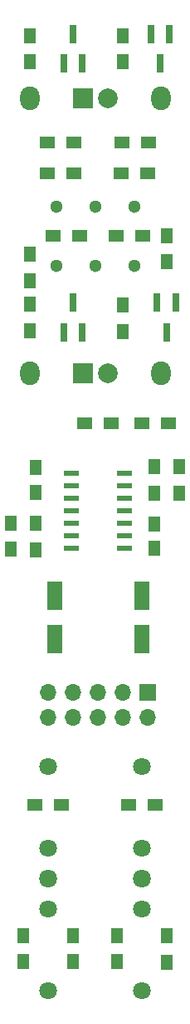
<source format=gbr>
%TF.GenerationSoftware,KiCad,Pcbnew,(5.1.6-0)*%
%TF.CreationDate,2023-01-04T15:54:57-05:00*%
%TF.ProjectId,LFO2,4c464f32-2e6b-4696-9361-645f70636258,rev?*%
%TF.SameCoordinates,Original*%
%TF.FileFunction,Soldermask,Top*%
%TF.FilePolarity,Negative*%
%FSLAX46Y46*%
G04 Gerber Fmt 4.6, Leading zero omitted, Abs format (unit mm)*
G04 Created by KiCad (PCBNEW (5.1.6-0)) date 2023-01-04 15:54:57*
%MOMM*%
%LPD*%
G01*
G04 APERTURE LIST*
%ADD10R,1.600000X3.000000*%
%ADD11R,1.500000X0.600000*%
%ADD12C,1.800000*%
%ADD13O,2.000000X2.400000*%
%ADD14C,1.300000*%
%ADD15R,1.300000X1.500000*%
%ADD16R,1.500000X1.300000*%
%ADD17R,0.800000X1.900000*%
%ADD18R,1.700000X1.700000*%
%ADD19O,1.700000X1.700000*%
%ADD20C,2.000000*%
%ADD21R,2.000000X2.000000*%
%ADD22R,1.250000X1.500000*%
G04 APERTURE END LIST*
D10*
%TO.C,C4*%
X69215000Y-96860000D03*
X69215000Y-101260000D03*
%TD*%
%TO.C,C3*%
X78105000Y-101260000D03*
X78105000Y-96860000D03*
%TD*%
D11*
%TO.C,U1*%
X76360000Y-92075000D03*
X76360000Y-90805000D03*
X76360000Y-89535000D03*
X76360000Y-88265000D03*
X76360000Y-86995000D03*
X76360000Y-85725000D03*
X76360000Y-84455000D03*
X70960000Y-84455000D03*
X70960000Y-85725000D03*
X70960000Y-86995000D03*
X70960000Y-88265000D03*
X70960000Y-89535000D03*
X70960000Y-90805000D03*
X70960000Y-92075000D03*
%TD*%
D12*
%TO.C,TRI2*%
X68580000Y-114206000D03*
X68580000Y-125606000D03*
X68580000Y-122506000D03*
%TD*%
%TO.C,TRI1*%
X78105000Y-114206000D03*
X78105000Y-125606000D03*
X78105000Y-122506000D03*
%TD*%
%TO.C,SQ2*%
X68580000Y-137000000D03*
X68580000Y-125600000D03*
X68580000Y-128700000D03*
%TD*%
%TO.C,SQ1*%
X78105000Y-137000000D03*
X78105000Y-125600000D03*
X78105000Y-128700000D03*
%TD*%
D13*
%TO.C,RV2*%
X80106000Y-74295000D03*
X66706000Y-74295000D03*
D14*
X77406000Y-63295000D03*
X73406000Y-63295000D03*
X69406000Y-63295000D03*
%TD*%
D13*
%TO.C,RV1*%
X66706000Y-46355000D03*
X80106000Y-46355000D03*
D14*
X69406000Y-57355000D03*
X73406000Y-57355000D03*
X77406000Y-57355000D03*
%TD*%
D15*
%TO.C,R24*%
X71120000Y-134065000D03*
X71120000Y-131365000D03*
%TD*%
%TO.C,R23*%
X75565000Y-134065000D03*
X75565000Y-131365000D03*
%TD*%
D16*
%TO.C,R22*%
X69930000Y-118110000D03*
X67230000Y-118110000D03*
%TD*%
D15*
%TO.C,R21*%
X66040000Y-134065000D03*
X66040000Y-131365000D03*
%TD*%
D16*
%TO.C,R20*%
X76755000Y-118110000D03*
X79455000Y-118110000D03*
%TD*%
D15*
%TO.C,R19*%
X80645000Y-134145000D03*
X80645000Y-131445000D03*
%TD*%
%TO.C,R18*%
X66675000Y-69930000D03*
X66675000Y-67230000D03*
%TD*%
%TO.C,R17*%
X66675000Y-39925000D03*
X66675000Y-42625000D03*
%TD*%
%TO.C,R16*%
X67310000Y-89535000D03*
X67310000Y-92235000D03*
%TD*%
%TO.C,R15*%
X79375000Y-86440000D03*
X79375000Y-83740000D03*
%TD*%
%TO.C,R14*%
X76200000Y-67310000D03*
X76200000Y-70010000D03*
%TD*%
%TO.C,R13*%
X76200000Y-39925000D03*
X76200000Y-42625000D03*
%TD*%
%TO.C,R12*%
X64770000Y-92155000D03*
X64770000Y-89455000D03*
%TD*%
%TO.C,R11*%
X81915000Y-86440000D03*
X81915000Y-83740000D03*
%TD*%
D16*
%TO.C,R10*%
X75010000Y-79375000D03*
X72310000Y-79375000D03*
%TD*%
%TO.C,R9*%
X78105000Y-79375000D03*
X80805000Y-79375000D03*
%TD*%
D15*
%TO.C,R8*%
X66675000Y-62150000D03*
X66675000Y-64850000D03*
%TD*%
D16*
%TO.C,R7*%
X68500000Y-50800000D03*
X71200000Y-50800000D03*
%TD*%
D15*
%TO.C,R6*%
X80645000Y-60245000D03*
X80645000Y-62945000D03*
%TD*%
D16*
%TO.C,R5*%
X78820000Y-50800000D03*
X76120000Y-50800000D03*
%TD*%
%TO.C,R4*%
X78185000Y-60325000D03*
X75485000Y-60325000D03*
%TD*%
%TO.C,R3*%
X71755000Y-60325000D03*
X69055000Y-60325000D03*
%TD*%
%TO.C,R2*%
X78740000Y-53975000D03*
X76040000Y-53975000D03*
%TD*%
%TO.C,R1*%
X71200000Y-53975000D03*
X68500000Y-53975000D03*
%TD*%
D17*
%TO.C,Q4*%
X70170000Y-70080000D03*
X72070000Y-70080000D03*
X71120000Y-67080000D03*
%TD*%
%TO.C,Q3*%
X81595000Y-67080000D03*
X79695000Y-67080000D03*
X80645000Y-70080000D03*
%TD*%
%TO.C,Q2*%
X70170000Y-42775000D03*
X72070000Y-42775000D03*
X71120000Y-39775000D03*
%TD*%
%TO.C,Q1*%
X80960000Y-39775000D03*
X79060000Y-39775000D03*
X80010000Y-42775000D03*
%TD*%
D18*
%TO.C,H1*%
X78740000Y-106680000D03*
D19*
X78740000Y-109220000D03*
X76200000Y-106680000D03*
X76200000Y-109220000D03*
X73660000Y-106680000D03*
X73660000Y-109220000D03*
X71120000Y-106680000D03*
X71120000Y-109220000D03*
X68580000Y-106680000D03*
X68580000Y-109220000D03*
%TD*%
D20*
%TO.C,D4*%
X74676000Y-74295000D03*
D21*
X72136000Y-74295000D03*
%TD*%
D20*
%TO.C,D3*%
X74676000Y-46355000D03*
D21*
X72136000Y-46355000D03*
%TD*%
D22*
%TO.C,C2*%
X67310000Y-83840000D03*
X67310000Y-86340000D03*
%TD*%
%TO.C,C1*%
X79375000Y-92055000D03*
X79375000Y-89555000D03*
%TD*%
M02*

</source>
